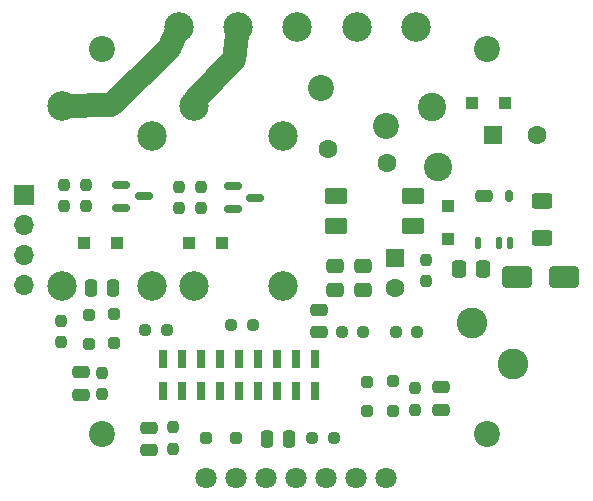
<source format=gbs>
G04 #@! TF.GenerationSoftware,KiCad,Pcbnew,8.0.8*
G04 #@! TF.CreationDate,2025-02-21T01:15:50+03:00*
G04 #@! TF.ProjectId,SMHome_2RelayBoardRound_ESP1M_v7,534d486f-6d65-45f3-9252-656c6179426f,12*
G04 #@! TF.SameCoordinates,Original*
G04 #@! TF.FileFunction,Soldermask,Bot*
G04 #@! TF.FilePolarity,Negative*
%FSLAX46Y46*%
G04 Gerber Fmt 4.6, Leading zero omitted, Abs format (unit mm)*
G04 Created by KiCad (PCBNEW 8.0.8) date 2025-02-21 01:15:50*
%MOMM*%
%LPD*%
G01*
G04 APERTURE LIST*
G04 Aperture macros list*
%AMRoundRect*
0 Rectangle with rounded corners*
0 $1 Rounding radius*
0 $2 $3 $4 $5 $6 $7 $8 $9 X,Y pos of 4 corners*
0 Add a 4 corners polygon primitive as box body*
4,1,4,$2,$3,$4,$5,$6,$7,$8,$9,$2,$3,0*
0 Add four circle primitives for the rounded corners*
1,1,$1+$1,$2,$3*
1,1,$1+$1,$4,$5*
1,1,$1+$1,$6,$7*
1,1,$1+$1,$8,$9*
0 Add four rect primitives between the rounded corners*
20,1,$1+$1,$2,$3,$4,$5,0*
20,1,$1+$1,$4,$5,$6,$7,0*
20,1,$1+$1,$6,$7,$8,$9,0*
20,1,$1+$1,$8,$9,$2,$3,0*%
%AMHorizOval*
0 Thick line with rounded ends*
0 $1 width*
0 $2 $3 position (X,Y) of the first rounded end (center of the circle)*
0 $4 $5 position (X,Y) of the second rounded end (center of the circle)*
0 Add line between two ends*
20,1,$1,$2,$3,$4,$5,0*
0 Add two circle primitives to create the rounded ends*
1,1,$1,$2,$3*
1,1,$1,$4,$5*%
G04 Aperture macros list end*
%ADD10C,2.000000*%
%ADD11C,0.100000*%
%ADD12C,1.800000*%
%ADD13R,1.600000X1.600000*%
%ADD14C,1.600000*%
%ADD15C,2.500000*%
%ADD16R,1.700000X1.700000*%
%ADD17O,1.700000X1.700000*%
%ADD18R,0.800000X1.635000*%
%ADD19C,2.200000*%
%ADD20C,2.600000*%
%ADD21C,2.400000*%
%ADD22HorizOval,2.400000X0.000000X0.000000X0.000000X0.000000X0*%
%ADD23RoundRect,0.250000X0.475870X-0.248340X0.474124X0.251657X-0.475870X0.248340X-0.474124X-0.251657X0*%
%ADD24RoundRect,0.237500X0.250000X0.237500X-0.250000X0.237500X-0.250000X-0.237500X0.250000X-0.237500X0*%
%ADD25RoundRect,0.250000X0.250000X-0.250000X0.250000X0.250000X-0.250000X0.250000X-0.250000X-0.250000X0*%
%ADD26RoundRect,0.250000X-0.475000X0.250000X-0.475000X-0.250000X0.475000X-0.250000X0.475000X0.250000X0*%
%ADD27RoundRect,0.237500X-0.250000X-0.237500X0.250000X-0.237500X0.250000X0.237500X-0.250000X0.237500X0*%
%ADD28RoundRect,0.250000X0.475000X-0.250000X0.475000X0.250000X-0.475000X0.250000X-0.475000X-0.250000X0*%
%ADD29RoundRect,0.250000X-0.250000X0.250000X-0.250000X-0.250000X0.250000X-0.250000X0.250000X0.250000X0*%
%ADD30RoundRect,0.250000X-0.475000X0.337500X-0.475000X-0.337500X0.475000X-0.337500X0.475000X0.337500X0*%
%ADD31RoundRect,0.237500X0.237500X-0.250000X0.237500X0.250000X-0.237500X0.250000X-0.237500X-0.250000X0*%
%ADD32RoundRect,0.250000X-0.300000X-0.300000X0.300000X-0.300000X0.300000X0.300000X-0.300000X0.300000X0*%
%ADD33RoundRect,0.237500X-0.237500X0.250000X-0.237500X-0.250000X0.237500X-0.250000X0.237500X0.250000X0*%
%ADD34RoundRect,0.150000X-0.587500X-0.150000X0.587500X-0.150000X0.587500X0.150000X-0.587500X0.150000X0*%
%ADD35RoundRect,0.250000X0.300000X0.300000X-0.300000X0.300000X-0.300000X-0.300000X0.300000X-0.300000X0*%
%ADD36RoundRect,0.101600X-0.850000X0.550000X-0.850000X-0.550000X0.850000X-0.550000X0.850000X0.550000X0*%
%ADD37RoundRect,0.101600X0.850000X-0.550000X0.850000X0.550000X-0.850000X0.550000X-0.850000X-0.550000X0*%
%ADD38RoundRect,0.250000X0.250000X0.475000X-0.250000X0.475000X-0.250000X-0.475000X0.250000X-0.475000X0*%
%ADD39RoundRect,0.250000X0.250000X0.250000X-0.250000X0.250000X-0.250000X-0.250000X0.250000X-0.250000X0*%
%ADD40RoundRect,0.250000X-0.300000X0.300000X-0.300000X-0.300000X0.300000X-0.300000X0.300000X0.300000X0*%
%ADD41RoundRect,0.125000X0.125000X-0.375000X0.125000X0.375000X-0.125000X0.375000X-0.125000X-0.375000X0*%
%ADD42RoundRect,0.250000X-0.475000X-0.250000X0.475000X-0.250000X0.475000X0.250000X-0.475000X0.250000X0*%
%ADD43RoundRect,0.175000X0.175000X-0.325000X0.175000X0.325000X-0.175000X0.325000X-0.175000X-0.325000X0*%
%ADD44RoundRect,0.250000X-0.337500X-0.475000X0.337500X-0.475000X0.337500X0.475000X-0.337500X0.475000X0*%
%ADD45RoundRect,0.250000X-0.625000X0.400000X-0.625000X-0.400000X0.625000X-0.400000X0.625000X0.400000X0*%
%ADD46RoundRect,0.250000X-1.000000X-0.650000X1.000000X-0.650000X1.000000X0.650000X-1.000000X0.650000X0*%
G04 APERTURE END LIST*
D10*
X132663600Y-93519400D02*
X137523600Y-88849400D01*
X128653600Y-93569400D02*
X132663600Y-93519400D01*
X139776200Y-93040200D02*
X143154400Y-89585800D01*
D11*
X148453600Y-86629400D02*
X148363600Y-86669400D01*
D10*
X143154400Y-89636600D02*
X143470200Y-86915000D01*
X137603600Y-88779400D02*
X138443600Y-86809400D01*
D12*
X140743600Y-125099400D03*
X143283600Y-125099400D03*
X145823600Y-125099400D03*
X148363600Y-125099400D03*
X150903600Y-125099400D03*
X153443600Y-125099400D03*
X155983600Y-125099400D03*
D13*
X165000949Y-96029400D03*
D14*
X168800949Y-96029400D03*
D15*
X128590040Y-93606620D03*
X136187180Y-96146620D03*
X128590040Y-108844080D03*
X136187180Y-108844080D03*
D16*
X125349000Y-101076600D03*
D17*
X125349000Y-103616600D03*
X125349000Y-106156600D03*
X125349000Y-108696600D03*
D18*
X149943600Y-117656600D03*
X148343600Y-117656600D03*
X146743600Y-117656600D03*
X145143600Y-117656600D03*
X143543600Y-117656600D03*
X141943600Y-117656600D03*
X140343600Y-117656600D03*
X138743600Y-117656600D03*
X137143600Y-117656600D03*
X137143600Y-114956600D03*
X138743600Y-114956600D03*
X140343600Y-114956600D03*
X141943600Y-114956600D03*
X143543600Y-114956600D03*
X145143600Y-114956600D03*
X146743600Y-114956600D03*
X148343600Y-114956600D03*
X149943600Y-114956600D03*
D14*
X156083600Y-98429400D03*
X151083600Y-97229400D03*
D19*
X164503100Y-88760300D03*
X150478000Y-92083000D03*
X156015200Y-95283400D03*
X164503100Y-121338500D03*
D15*
X158488400Y-86842600D03*
X153488400Y-86842600D03*
X148488400Y-86842600D03*
X143488400Y-86842600D03*
X138488400Y-86842600D03*
D19*
X131978400Y-88760300D03*
D20*
X166776400Y-115443000D03*
X163240866Y-111907466D03*
D21*
X159907981Y-93652068D03*
D22*
X160350732Y-98712737D03*
D13*
X156718000Y-106451400D03*
D14*
X156718000Y-108951400D03*
D15*
X139689840Y-93606620D03*
X147286980Y-96146620D03*
X139689840Y-108844080D03*
X147286980Y-108844080D03*
D19*
X131978400Y-121338500D03*
D23*
X150345916Y-112709994D03*
X150339284Y-110810006D03*
D24*
X151585300Y-121691400D03*
X149760300Y-121691400D03*
D25*
X156540200Y-119385400D03*
X156540200Y-116885400D03*
D26*
X135890000Y-120817600D03*
X135890000Y-122717600D03*
D27*
X156796100Y-112725200D03*
X158621100Y-112725200D03*
D28*
X160604200Y-119288600D03*
X160604200Y-117388600D03*
D29*
X130810000Y-111221201D03*
X130810000Y-113721199D03*
D30*
X154076400Y-107090300D03*
X154076400Y-109165300D03*
D31*
X158419800Y-119301900D03*
X158419800Y-117476900D03*
D32*
X139265200Y-105181400D03*
X142065200Y-105181400D03*
X130400600Y-105181400D03*
X133200600Y-105181400D03*
D33*
X138455400Y-100408100D03*
X138455400Y-102233100D03*
D31*
X140343600Y-102231900D03*
X140343600Y-100406900D03*
D33*
X128498600Y-111761900D03*
X128498600Y-113586900D03*
D31*
X130573600Y-102071900D03*
X130573600Y-100246900D03*
X131953000Y-117981100D03*
X131953000Y-116156100D03*
D34*
X143029700Y-102270600D03*
X143029700Y-100370600D03*
X144904700Y-101320600D03*
D31*
X159359600Y-108405300D03*
X159359600Y-106580300D03*
D35*
X166042800Y-93345000D03*
X163242800Y-93345000D03*
D30*
X151638000Y-107090300D03*
X151638000Y-109165300D03*
D36*
X158258200Y-101224800D03*
X158258200Y-103764800D03*
D37*
X151758200Y-103764800D03*
X151758200Y-101224800D03*
D33*
X128703600Y-100246900D03*
X128703600Y-102071900D03*
D38*
X132877600Y-108940600D03*
X130977600Y-108940600D03*
D25*
X154381200Y-119410800D03*
X154381200Y-116910800D03*
D27*
X152249500Y-112725200D03*
X154074500Y-112725200D03*
D39*
X143261399Y-121716800D03*
X140761401Y-121716800D03*
D38*
X147787399Y-121793000D03*
X145887401Y-121793000D03*
D29*
X132994400Y-111170401D03*
X132994400Y-113670399D03*
D40*
X161239200Y-102054200D03*
X161239200Y-104854200D03*
D41*
X166473600Y-105176900D03*
X165573600Y-105176900D03*
X163773600Y-105176900D03*
D42*
X164313600Y-101176900D03*
D43*
X166373600Y-101176900D03*
D27*
X135587100Y-112496600D03*
X137412100Y-112496600D03*
X142902300Y-112141000D03*
X144727300Y-112141000D03*
D44*
X162136100Y-107349400D03*
X164211100Y-107349400D03*
D45*
X169164000Y-101650200D03*
X169164000Y-104750200D03*
D28*
X130124200Y-118018600D03*
X130124200Y-116118600D03*
D31*
X137947400Y-122578500D03*
X137947400Y-120753500D03*
D46*
X167083600Y-108009400D03*
X171083600Y-108009400D03*
D34*
X133580900Y-102169000D03*
X133580900Y-100269000D03*
X135455900Y-101219000D03*
M02*

</source>
